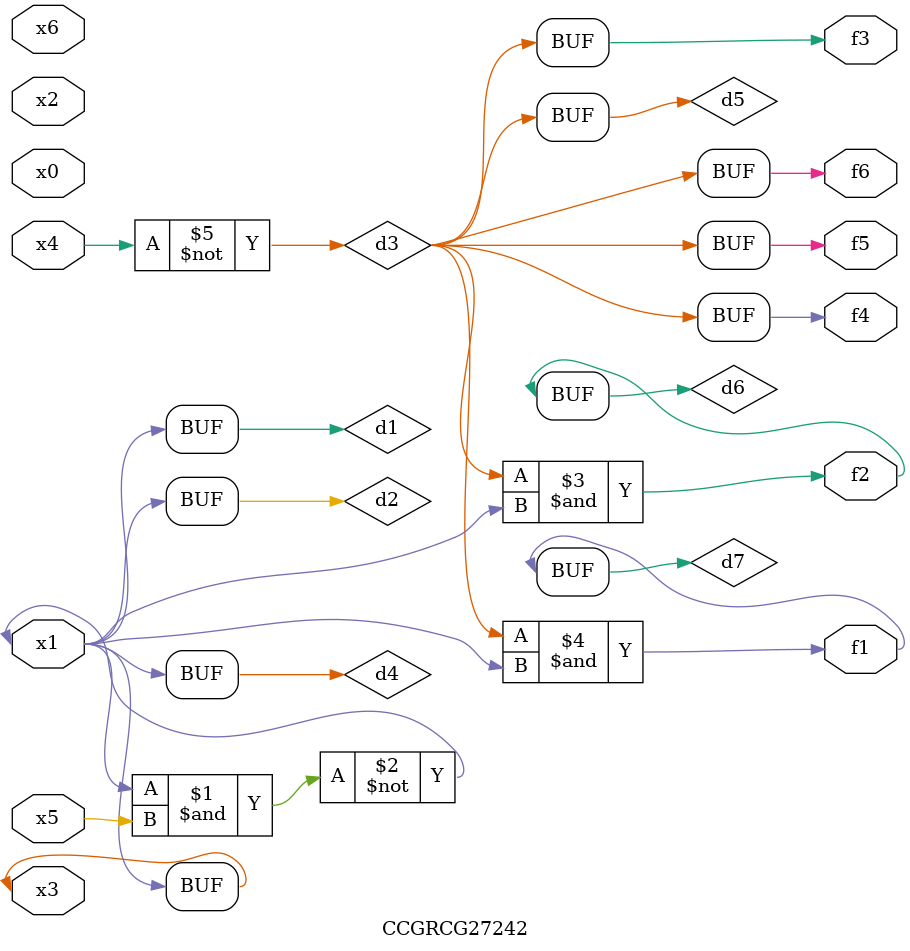
<source format=v>
module CCGRCG27242(
	input x0, x1, x2, x3, x4, x5, x6,
	output f1, f2, f3, f4, f5, f6
);

	wire d1, d2, d3, d4, d5, d6, d7;

	buf (d1, x1, x3);
	nand (d2, x1, x5);
	not (d3, x4);
	buf (d4, d1, d2);
	buf (d5, d3);
	and (d6, d3, d4);
	and (d7, d3, d4);
	assign f1 = d7;
	assign f2 = d6;
	assign f3 = d5;
	assign f4 = d5;
	assign f5 = d5;
	assign f6 = d5;
endmodule

</source>
